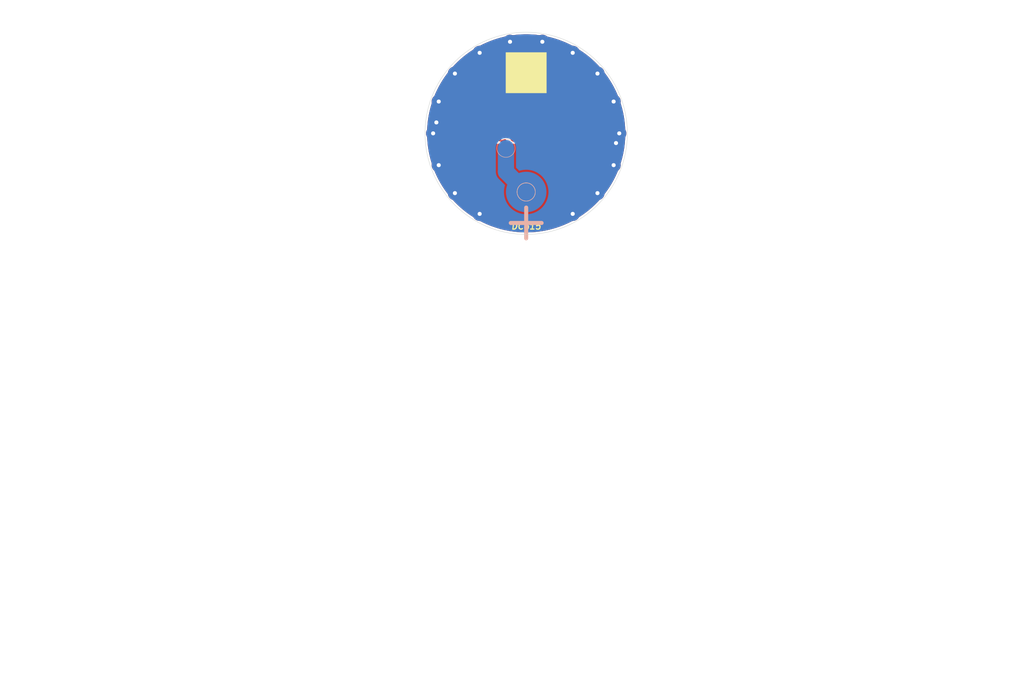
<source format=kicad_pcb>
(kicad_pcb (version 20241229) (generator "pcbnew") (generator_version "9.0")
  (layers (0 "F.Cu" signal) (2 "B.Cu" signal) (13 "F.Paste" user) (15 "B.Paste" user) (5 "F.SilkS" user "F.Silkscreen") (7 "B.SilkS" user "B.Silkscreen") (1 "F.Mask" user) (3 "B.Mask" user) (25 "Edge.Cuts" user))
  (net 0 "")
  (net 1 "GND")
  (net 2 "+3V0")
  (footprint "TestPoint:TestPoint_THTPad_D1.0mm_Drill0.5mm" (layer "F.Cu") (at 127 50)
    (property "Reference" "aperture-D4" (hide yes))
    (property "Value" "TestPoint_THTPad_D1.0mm_Drill0.5mm" (hide yes))
    (pad "1" thru_hole circle (at 0 0 210) (size 3.5 3.5) (drill 1) (layers "*.Cu" "*.Mask") (net 1 "GND"))
  )
  (footprint "TestPoint:TestPoint_THTPad_D1.0mm_Drill0.5mm" (layer "F.Cu") (at 128.387 57.866)
    (property "Reference" "aperture-D3" (hide yes))
    (property "Value" "TestPoint_THTPad_D1.0mm_Drill0.5mm" (hide yes))
    (pad "1" thru_hole circle (at 0 0 210) (size 3.5 3.5) (drill 1) (layers "*.Cu" "*.Mask") (net 1 "GND"))
  )
  (footprint "TestPoint:TestPoint_THTPad_D1.0mm_Drill0.5mm" (layer "F.Cu") (at 167.619 64.784)
    (property "Reference" "aperture-D15" (hide yes))
    (property "Value" "TestPoint_THTPad_D1.0mm_Drill0.5mm" (hide yes))
    (pad "1" thru_hole circle (at 0 0 210) (size 3.5 3.5) (drill 1) (layers "*.Cu" "*.Mask") (net 1 "GND"))
  )
  (footprint "" (layer "F.Cu") (at 172.2 52.4)
    (property "Reference" "align-o2" (hide yes))
    (property "Value" "")
    (pad "1" thru_hole circle (at 0 0 30) (size 1.6 1.6) (drill 1) (layers "*.Cu" "*.Mask") (net 1 "GND"))
  )
  (footprint "TestPoint:TestPoint_THTPad_D1.0mm_Drill0.5mm" (layer "F.Cu") (at 167.619 35.2159)
    (property "Reference" "aperture-D11" (hide yes))
    (property "Value" "TestPoint_THTPad_D1.0mm_Drill0.5mm" (hide yes))
    (pad "1" thru_hole circle (at 0 0 210) (size 3.5 3.5) (drill 1) (layers "*.Cu" "*.Mask") (net 1 "GND"))
  )
  (footprint "TestPoint:TestPoint_THTPad_D1.0mm_Drill0.5mm" (layer "F.Cu") (at 146.006 27.3494)
    (property "Reference" "aperture-D8" (hide yes))
    (property "Value" "TestPoint_THTPad_D1.0mm_Drill0.5mm" (hide yes))
    (pad "1" thru_hole circle (at 0 0 210) (size 3.5 3.5) (drill 1) (layers "*.Cu" "*.Mask") (net 1 "GND"))
  )
  (footprint "TestPoint:TestPoint_THTPad_D1.0mm_Drill0.5mm" (layer "F.Cu") (at 161.5 69.919)
    (property "Reference" "aperture-D16" (hide yes))
    (property "Value" "TestPoint_THTPad_D1.0mm_Drill0.5mm" (hide yes))
    (pad "1" thru_hole circle (at 0 0 210) (size 3.5 3.5) (drill 1) (layers "*.Cu" "*.Mask") (net 1 "GND"))
  )
  (footprint "TestPoint:TestPoint_THTPad_D1.0mm_Drill0.5mm" (layer "F.Cu") (at 128.387 42.1335)
    (property "Reference" "aperture-D5" (hide yes))
    (property "Value" "TestPoint_THTPad_D1.0mm_Drill0.5mm" (hide yes))
    (pad "1" thru_hole circle (at 0 0 210) (size 3.5 3.5) (drill 1) (layers "*.Cu" "*.Mask") (net 1 "GND"))
  )
  (footprint "TestPoint:TestPoint_THTPad_D1.0mm_Drill0.5mm" (layer "F.Cu") (at 138.5 30.0814)
    (property "Reference" "aperture-D7" (hide yes))
    (property "Value" "TestPoint_THTPad_D1.0mm_Drill0.5mm" (hide yes))
    (pad "1" thru_hole circle (at 0 0 210) (size 3.5 3.5) (drill 1) (layers "*.Cu" "*.Mask") (net 1 "GND"))
  )
  (footprint "TestPoint:TestPoint_THTPad_D1.0mm_Drill0.5mm" (layer "F.Cu") (at 173 50)
    (property "Reference" "aperture-D13" (hide yes))
    (property "Value" "TestPoint_THTPad_D1.0mm_Drill0.5mm" (hide yes))
    (pad "1" thru_hole circle (at 0 0 210) (size 3.5 3.5) (drill 1) (layers "*.Cu" "*.Mask") (net 1 "GND"))
  )
  (footprint "TestPoint:TestPoint_THTPad_D1.0mm_Drill0.5mm" (layer "F.Cu") (at 171.613 57.866)
    (property "Reference" "aperture-D14" (hide yes))
    (property "Value" "TestPoint_THTPad_D1.0mm_Drill0.5mm" (hide yes))
    (pad "1" thru_hole circle (at 0 0 210) (size 3.5 3.5) (drill 1) (layers "*.Cu" "*.Mask") (net 1 "GND"))
  )
  (footprint "TestPoint:TestPoint_THTPad_D1.0mm_Drill0.5mm" (layer "F.Cu") (at 171.613 42.1335)
    (property "Reference" "aperture-D12" (hide yes))
    (property "Value" "TestPoint_THTPad_D1.0mm_Drill0.5mm" (hide yes))
    (pad "1" thru_hole circle (at 0 0 210) (size 3.5 3.5) (drill 1) (layers "*.Cu" "*.Mask") (net 1 "GND"))
  )
  (footprint "TestPoint:TestPoint_THTPad_D1.0mm_Drill0.5mm" (layer "F.Cu") (at 132.381 35.2159)
    (property "Reference" "aperture-D6" (hide yes))
    (property "Value" "TestPoint_THTPad_D1.0mm_Drill0.5mm" (hide yes))
    (pad "1" thru_hole circle (at 0 0 210) (size 3.5 3.5) (drill 1) (layers "*.Cu" "*.Mask") (net 1 "GND"))
  )
  (footprint "TestPoint:TestPoint_THTPad_D1.0mm_Drill0.5mm" (layer "F.Cu") (at 132.381 64.784)
    (property "Reference" "aperture-D2" (hide yes))
    (property "Value" "TestPoint_THTPad_D1.0mm_Drill0.5mm" (hide yes))
    (pad "1" thru_hole circle (at 0 0 210) (size 3.5 3.5) (drill 1) (layers "*.Cu" "*.Mask") (net 1 "GND"))
  )
  (footprint "TestPoint:TestPoint_THTPad_D1.0mm_Drill0.5mm" (layer "F.Cu") (at 153.994 27.3494)
    (property "Reference" "aperture-D9" (hide yes))
    (property "Value" "TestPoint_THTPad_D1.0mm_Drill0.5mm" (hide yes))
    (pad "1" thru_hole circle (at 0 0 210) (size 3.5 3.5) (drill 1) (layers "*.Cu" "*.Mask") (net 1 "GND"))
  )
  (footprint "TestPoint:TestPoint_THTPad_D1.0mm_Drill0.5mm" (layer "F.Cu") (at 161.5 30.0814)
    (property "Reference" "aperture-D10" (hide yes))
    (property "Value" "TestPoint_THTPad_D1.0mm_Drill0.5mm" (hide yes))
    (pad "1" thru_hole circle (at 0 0 210) (size 3.5 3.5) (drill 1) (layers "*.Cu" "*.Mask") (net 1 "GND"))
  )
  (footprint "" (layer "F.Cu") (at 127.8 47.3)
    (property "Reference" "align-o1" (hide yes))
    (property "Value" "")
    (pad "1" thru_hole circle (at 0 0 30) (size 1.6 1.6) (drill 1) (layers "*.Cu" "*.Mask") (net 1 "GND"))
  )
  (footprint "TestPoint:TestPoint_THTPad_D1.0mm_Drill0.5mm" (layer "F.Cu") (at 138.5 69.919)
    (property "Reference" "aperture-D1" (hide yes))
    (property "Value" "TestPoint_THTPad_D1.0mm_Drill0.5mm" (hide yes))
    (pad "1" thru_hole circle (at 0 0 210) (size 3.5 3.5) (drill 1) (layers "*.Cu" "*.Mask") (net 1 "GND"))
  )
  (footprint "TestPoint:TestPoint_Pad_D4.0mm" (layer "B.Cu") (at 144.996 53.67 180)
    (property "Reference" "contact-o1" (hide yes))
    (property "Value" "TestPoint_Pad_D4.0mm" (hide yes))
    (fp_circle (center 0 0) (end 0 -2.25) (stroke (width 0.12)) (fill no) (layer "B.SilkS"))
    (pad "1" smd circle (at 0 0 180) (size 4 4) (layers "B.Cu" "B.Mask") (net 2 "+3V0"))
  )
  (footprint "TestPoint:TestPoint_Pad_D4.0mm" (layer "B.Cu") (at 150 64.5 180)
    (property "Reference" "+" (at 0 -6.9 0) (layer "B.SilkS") (effects (font (size 10 10) (thickness 1)) (justify mirror)))
    (property "Value" "BAT+")
    (fp_circle (center 0 0) (end 0 -2.25) (stroke (width 0.12)) (fill no) (layer "B.SilkS"))
    (pad "1" smd circle (at 0 0 180) (size 10 10) (layers "B.Cu" "B.Mask") (net 2 "+3V0"))
  )
  (footprint "TestPoint:TestPoint_Pad_D4.0mm" (layer "B.Cu") (at 150 64.5 180)
    (property "Reference" "B2" (hide yes))
    (property "Value" "BAT+")
    (fp_circle (center 0 0) (end 0 -2.25) (stroke (width 0.12)) (fill no) (layer "B.SilkS"))
    (pad "1" smd circle (at 0 0 180) (size 4 4) (layers "B.Cu" "B.Mask") (net 2 "+3V0"))
  )
  (gr_rect (start 145 30) (end 155 40) (stroke (width 0.1)) (fill yes) (layer "F.SilkS"))
  (gr_circle (center 150 50) (end 175 50) (stroke (width 0.1)) (fill no) (layer "Edge.Cuts"))
  (gr_text "limited edition" (at 150 50 0) (layer "F.Cu") (effects (font (size 4 3.5) (thickness 0.5) (bold yes))))
  (gr_text "DC615" (at 150 73 0) (layer "F.SilkS") (effects (font (size 1.5 1.5) (thickness 0.3) (bold yes) (italic yes))))
  (segment (start 144.996 59.496) (end 150 64.5) (width 4) (layer "B.Cu") (net 2))
  (segment (start 144.996 53.67) (end 144.996 59.496) (width 4) (layer "B.Cu") (net 2))
  (zone (net 1) (net_name "GND") (layers "F.Cu" "B.Cu") (connect_pads (clearance 0.5)) (min_thickness 0.25) (fill yes (thermal_gap 0.5) (thermal_bridge_width 0.5))
    (polygon (pts (xy 20.574 17.018) (xy 273.05 17.018) (xy 273.05 136.144) (xy 172.466 185.674) (xy 20.574 185.96113)))
  )
)
</source>
